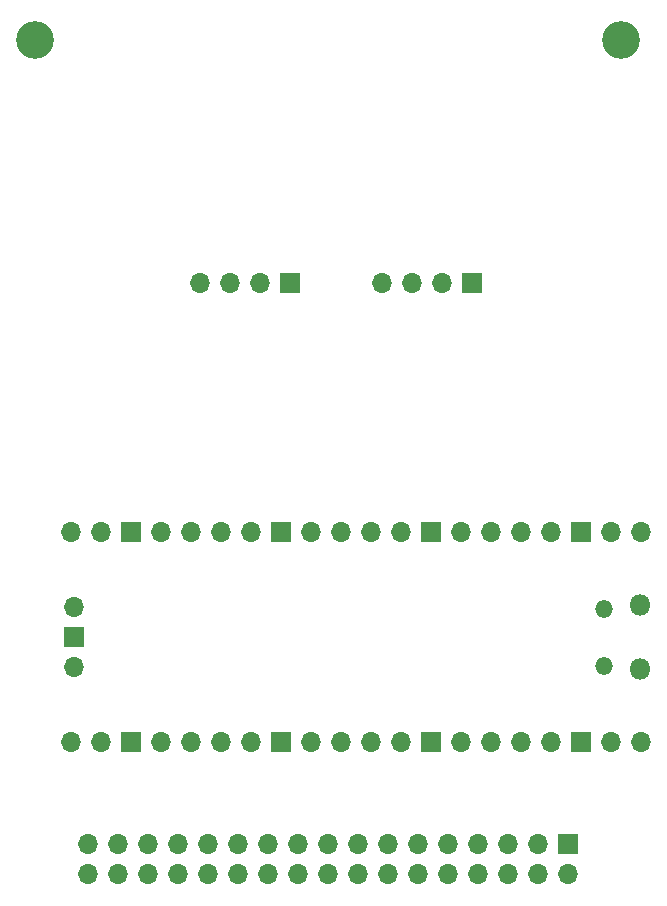
<source format=gbr>
%TF.GenerationSoftware,KiCad,Pcbnew,(6.0.8)*%
%TF.CreationDate,2022-11-01T15:17:05-07:00*%
%TF.ProjectId,RioPicoBridge,52696f50-6963-46f4-9272-696467652e6b,rev?*%
%TF.SameCoordinates,Original*%
%TF.FileFunction,Soldermask,Bot*%
%TF.FilePolarity,Negative*%
%FSLAX46Y46*%
G04 Gerber Fmt 4.6, Leading zero omitted, Abs format (unit mm)*
G04 Created by KiCad (PCBNEW (6.0.8)) date 2022-11-01 15:17:05*
%MOMM*%
%LPD*%
G01*
G04 APERTURE LIST*
%ADD10O,1.700000X1.700000*%
%ADD11R,1.700000X1.700000*%
%ADD12C,3.200000*%
%ADD13O,1.500000X1.500000*%
%ADD14O,1.800000X1.800000*%
G04 APERTURE END LIST*
D10*
%TO.C,J5*%
X7985000Y-74050000D03*
X7985000Y-71510000D03*
X10525000Y-74050000D03*
X10525000Y-71510000D03*
X13065000Y-74050000D03*
X13065000Y-71510000D03*
X15605000Y-74050000D03*
X15605000Y-71510000D03*
X18145000Y-74050000D03*
X18145000Y-71510000D03*
X20685000Y-74050000D03*
X20685000Y-71510000D03*
X23225000Y-74050000D03*
X23225000Y-71510000D03*
X25765000Y-74050000D03*
X25765000Y-71510000D03*
X28305000Y-74050000D03*
X28305000Y-71510000D03*
X30845000Y-74050000D03*
X30845000Y-71510000D03*
X33385000Y-74050000D03*
X33385000Y-71510000D03*
X35925000Y-74050000D03*
X35925000Y-71510000D03*
X38465000Y-74050000D03*
X38465000Y-71510000D03*
X41005000Y-74050000D03*
X41005000Y-71510000D03*
X43545000Y-74050000D03*
X43545000Y-71510000D03*
X46085000Y-74050000D03*
X46085000Y-71510000D03*
X48625000Y-74050000D03*
D11*
X48625000Y-71510000D03*
%TD*%
D12*
%TO.C,H2*%
X3505200Y-3429000D03*
%TD*%
%TO.C,H1*%
X53136800Y-3429000D03*
%TD*%
D10*
%TO.C,U1*%
X6834000Y-56515000D03*
D11*
X6834000Y-53975000D03*
D10*
X6834000Y-51435000D03*
X54864000Y-62865000D03*
X52324000Y-62865000D03*
D11*
X49784000Y-62865000D03*
D10*
X47244000Y-62865000D03*
X44704000Y-62865000D03*
X42164000Y-62865000D03*
X39624000Y-62865000D03*
D11*
X37084000Y-62865000D03*
D10*
X34544000Y-62865000D03*
X32004000Y-62865000D03*
X29464000Y-62865000D03*
X26924000Y-62865000D03*
D11*
X24384000Y-62865000D03*
D10*
X21844000Y-62865000D03*
X19304000Y-62865000D03*
X16764000Y-62865000D03*
X14224000Y-62865000D03*
D11*
X11684000Y-62865000D03*
D10*
X9144000Y-62865000D03*
X6604000Y-62865000D03*
X6604000Y-45085000D03*
X9144000Y-45085000D03*
D11*
X11684000Y-45085000D03*
D10*
X14224000Y-45085000D03*
X16764000Y-45085000D03*
X19304000Y-45085000D03*
X21844000Y-45085000D03*
D11*
X24384000Y-45085000D03*
D10*
X26924000Y-45085000D03*
X29464000Y-45085000D03*
X32004000Y-45085000D03*
X34544000Y-45085000D03*
D11*
X37084000Y-45085000D03*
D10*
X39624000Y-45085000D03*
X42164000Y-45085000D03*
X44704000Y-45085000D03*
X47244000Y-45085000D03*
D11*
X49784000Y-45085000D03*
D10*
X52324000Y-45085000D03*
X54864000Y-45085000D03*
D13*
X51704000Y-56400000D03*
X51704000Y-51550000D03*
D14*
X54734000Y-51250000D03*
X54734000Y-56700000D03*
%TD*%
D10*
%TO.C,J2*%
X17460000Y-24000000D03*
X20000000Y-24000000D03*
X22540000Y-24000000D03*
D11*
X25080000Y-24000000D03*
%TD*%
D10*
%TO.C,J1*%
X32920000Y-24000000D03*
X35460000Y-24000000D03*
X38000000Y-24000000D03*
D11*
X40540000Y-24000000D03*
%TD*%
M02*

</source>
